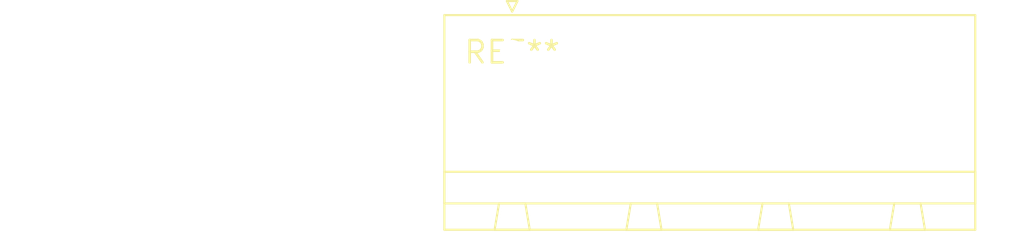
<source format=kicad_pcb>
(kicad_pcb (version 20240108) (generator pcbnew)
  (layers (0 "F.Cu" signal) (31 "B.Cu" signal) (34 "B.Paste" user) (35 "F.Paste" user) (36 "B.SilkS" user "B.Silkscreen") (37 "F.SilkS" user "F.Silkscreen") (38 "B.Mask" user) (39 "F.Mask" user) (44 "Edge.Cuts" user))
  (net 0 "")
  (footprint "PhoenixContact_GMSTBA_2,5_4-G_1x04_P7.50mm_Horizontal" (layer "F.Cu") (at 0 0)
    (property "Reference" "REF**")
    (property "Value" "PhoenixContact_GMSTBA_2,5_4-G_1x04_P7.50mm_Horizontal")
    (fp_line (start -3.86 -2.11) (end -3.86 10.11) (layer "F.SilkS") (stroke (width 0.12)))
    (fp_line (start -3.86 6.81) (end 26.36 6.81) (layer "F.SilkS") (stroke (width 0.12)))
    (fp_line (start -3.86 8.61) (end -3.86 6.81) (layer "F.SilkS") (stroke (width 0.12)))
    (fp_line (start -3.86 10.11) (end 26.36 10.11) (layer "F.SilkS") (stroke (width 0.12)))
    (fp_line (start -1 10.11) (end 1 10.11) (layer "F.SilkS") (stroke (width 0.12)))
    (fp_line (start -0.75 8.61) (end -1 10.11) (layer "F.SilkS") (stroke (width 0.12)))
    (fp_line (start -0.3 -2.91) (end 0.3 -2.91) (layer "F.SilkS") (stroke (width 0.12)))
    (fp_line (start 0 -2.31) (end -0.3 -2.91) (layer "F.SilkS") (stroke (width 0.12)))
    (fp_line (start 0.3 -2.91) (end 0 -2.31) (layer "F.SilkS") (stroke (width 0.12)))
    (fp_line (start 0.75 8.61) (end -0.75 8.61) (layer "F.SilkS") (stroke (width 0.12)))
    (fp_line (start 1 10.11) (end 0.75 8.61) (layer "F.SilkS") (stroke (width 0.12)))
    (fp_line (start 6.5 10.11) (end 8.5 10.11) (layer "F.SilkS") (stroke (width 0.12)))
    (fp_line (start 6.75 8.61) (end 6.5 10.11) (layer "F.SilkS") (stroke (width 0.12)))
    (fp_line (start 8.25 8.61) (end 6.75 8.61) (layer "F.SilkS") (stroke (width 0.12)))
    (fp_line (start 8.5 10.11) (end 8.25 8.61) (layer "F.SilkS") (stroke (width 0.12)))
    (fp_line (start 14 10.11) (end 16 10.11) (layer "F.SilkS") (stroke (width 0.12)))
    (fp_line (start 14.25 8.61) (end 14 10.11) (layer "F.SilkS") (stroke (width 0.12)))
    (fp_line (start 15.75 8.61) (end 14.25 8.61) (layer "F.SilkS") (stroke (width 0.12)))
    (fp_line (start 16 10.11) (end 15.75 8.61) (layer "F.SilkS") (stroke (width 0.12)))
    (fp_line (start 21.5 10.11) (end 23.5 10.11) (layer "F.SilkS") (stroke (width 0.12)))
    (fp_line (start 21.75 8.61) (end 21.5 10.11) (layer "F.SilkS") (stroke (width 0.12)))
    (fp_line (start 23.25 8.61) (end 21.75 8.61) (layer "F.SilkS") (stroke (width 0.12)))
    (fp_line (start 23.5 10.11) (end 23.25 8.61) (layer "F.SilkS") (stroke (width 0.12)))
    (fp_line (start 26.36 -2.11) (end -3.86 -2.11) (layer "F.SilkS") (stroke (width 0.12)))
    (fp_line (start 26.36 6.81) (end 26.36 8.61) (layer "F.SilkS") (stroke (width 0.12)))
    (fp_line (start 26.36 8.61) (end -3.86 8.61) (layer "F.SilkS") (stroke (width 0.12)))
    (fp_line (start 26.36 10.11) (end 26.36 -2.11) (layer "F.SilkS") (stroke (width 0.12)))
    (pad "1" thru_hole roundrect (at 0 0) (size 2 3.6) (drill 1.4) (layers *.Cu *.Mask) (remove_unused_layers) (roundrect_rratio 0.125))
    (pad "2" thru_hole oval (at 7.5 0) (size 2 3.6) (drill 1.4) (layers *.Cu *.Mask) (remove_unused_layers))
    (pad "3" thru_hole oval (at 15 0) (size 2 3.6) (drill 1.4) (layers *.Cu *.Mask) (remove_unused_layers))
    (pad "4" thru_hole oval (at 22.5 0) (size 2 3.6) (drill 1.4) (layers *.Cu *.Mask) (remove_unused_layers))
  )
)
</source>
